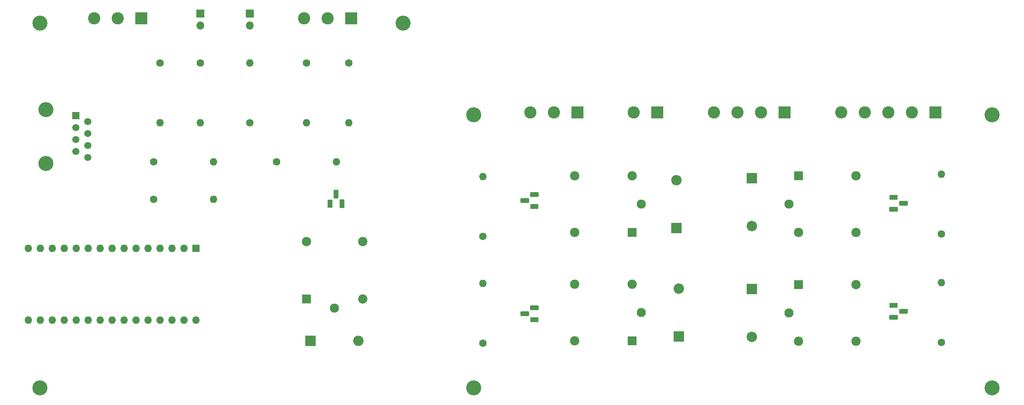
<source format=gts>
%TF.GenerationSoftware,KiCad,Pcbnew,(6.0.1-0)*%
%TF.CreationDate,2022-02-10T21:02:49-06:00*%
%TF.ProjectId,Motor Board,4d6f746f-7220-4426-9f61-72642e6b6963,rev?*%
%TF.SameCoordinates,Original*%
%TF.FileFunction,Soldermask,Top*%
%TF.FilePolarity,Negative*%
%FSLAX46Y46*%
G04 Gerber Fmt 4.6, Leading zero omitted, Abs format (unit mm)*
G04 Created by KiCad (PCBNEW (6.0.1-0)) date 2022-02-10 21:02:49*
%MOMM*%
%LPD*%
G01*
G04 APERTURE LIST*
G04 Aperture macros list*
%AMRoundRect*
0 Rectangle with rounded corners*
0 $1 Rounding radius*
0 $2 $3 $4 $5 $6 $7 $8 $9 X,Y pos of 4 corners*
0 Add a 4 corners polygon primitive as box body*
4,1,4,$2,$3,$4,$5,$6,$7,$8,$9,$2,$3,0*
0 Add four circle primitives for the rounded corners*
1,1,$1+$1,$2,$3*
1,1,$1+$1,$4,$5*
1,1,$1+$1,$6,$7*
1,1,$1+$1,$8,$9*
0 Add four rect primitives between the rounded corners*
20,1,$1+$1,$2,$3,$4,$5,0*
20,1,$1+$1,$4,$5,$6,$7,0*
20,1,$1+$1,$6,$7,$8,$9,0*
20,1,$1+$1,$8,$9,$2,$3,0*%
G04 Aperture macros list end*
%ADD10R,2.200000X2.200000*%
%ADD11O,2.200000X2.200000*%
%ADD12C,1.600000*%
%ADD13O,1.600000X1.600000*%
%ADD14R,1.800000X1.100000*%
%ADD15RoundRect,0.275000X-0.625000X0.275000X-0.625000X-0.275000X0.625000X-0.275000X0.625000X0.275000X0*%
%ADD16R,2.600000X2.600000*%
%ADD17C,2.600000*%
%ADD18R,1.980000X1.980000*%
%ADD19C,1.980000*%
%ADD20C,1.935000*%
%ADD21C,3.200000*%
%ADD22RoundRect,0.275000X0.625000X-0.275000X0.625000X0.275000X-0.625000X0.275000X-0.625000X-0.275000X0*%
%ADD23R,1.600000X1.600000*%
%ADD24R,1.100000X1.800000*%
%ADD25RoundRect,0.275000X-0.275000X-0.625000X0.275000X-0.625000X0.275000X0.625000X-0.275000X0.625000X0*%
%ADD26R,1.700000X1.700000*%
%ADD27O,1.700000X1.700000*%
%ADD28R,1.500000X1.500000*%
%ADD29C,1.500000*%
G04 APERTURE END LIST*
D10*
X199500000Y-119000000D03*
D11*
X199500000Y-129160000D03*
D12*
X142500000Y-130500000D03*
D13*
X142500000Y-117800000D03*
D14*
X229600000Y-122500000D03*
D15*
X231670000Y-123770000D03*
X229600000Y-125040000D03*
D16*
X238500000Y-81500000D03*
D17*
X233500000Y-81500000D03*
X228500000Y-81500000D03*
X223500000Y-81500000D03*
X218500000Y-81500000D03*
D18*
X209400000Y-118080000D03*
D19*
X209400000Y-130080000D03*
D20*
X207400000Y-124080000D03*
D19*
X221600000Y-118080000D03*
X221600000Y-130080000D03*
D21*
X250500000Y-82000000D03*
D18*
X174100000Y-107000000D03*
D19*
X174100000Y-95000000D03*
D20*
X176100000Y-101000000D03*
D19*
X161900000Y-107000000D03*
X161900000Y-95000000D03*
D21*
X140500000Y-82000000D03*
D14*
X153420000Y-101500000D03*
D22*
X151350000Y-100230000D03*
X153420000Y-98960000D03*
D10*
X183500000Y-106080000D03*
D11*
X183500000Y-95920000D03*
D12*
X98650000Y-92000000D03*
D13*
X111350000Y-92000000D03*
D10*
X199500000Y-95500000D03*
D11*
X199500000Y-105660000D03*
D12*
X142500000Y-107850000D03*
D13*
X142500000Y-95150000D03*
D21*
X48500000Y-62500000D03*
D12*
X72650000Y-92000000D03*
D13*
X85350000Y-92000000D03*
D12*
X114000000Y-71000000D03*
D13*
X114000000Y-83700000D03*
D12*
X105000000Y-71000000D03*
D13*
X105000000Y-83700000D03*
D16*
X206500000Y-81500000D03*
D17*
X201500000Y-81500000D03*
X196500000Y-81500000D03*
X191500000Y-81500000D03*
D14*
X153400000Y-125500000D03*
D22*
X151330000Y-124230000D03*
X153400000Y-122960000D03*
D12*
X74000000Y-71000000D03*
D13*
X74000000Y-83700000D03*
D21*
X125500000Y-62500000D03*
D16*
X179500000Y-81500000D03*
D17*
X174500000Y-81500000D03*
D12*
X93000000Y-83700000D03*
D13*
X93000000Y-71000000D03*
D21*
X140500000Y-140000000D03*
X250500000Y-140000000D03*
D23*
X81550000Y-110390000D03*
D13*
X79010000Y-110390000D03*
X76470000Y-110390000D03*
X73930000Y-110390000D03*
X71390000Y-110390000D03*
X68850000Y-110390000D03*
X66310000Y-110390000D03*
X63770000Y-110390000D03*
X61230000Y-110390000D03*
X58690000Y-110390000D03*
X56150000Y-110390000D03*
X53610000Y-110390000D03*
X51070000Y-110390000D03*
X48530000Y-110390000D03*
X45990000Y-110390000D03*
X45990000Y-125630000D03*
X48530000Y-125630000D03*
X51070000Y-125630000D03*
X53610000Y-125630000D03*
X56150000Y-125630000D03*
X58690000Y-125630000D03*
X61230000Y-125630000D03*
X63770000Y-125630000D03*
X66310000Y-125630000D03*
X68850000Y-125630000D03*
X71390000Y-125630000D03*
X73930000Y-125630000D03*
X76470000Y-125630000D03*
X79010000Y-125630000D03*
X81550000Y-125630000D03*
D18*
X209400000Y-95000000D03*
D19*
X209400000Y-107000000D03*
D20*
X207400000Y-101000000D03*
D19*
X221600000Y-95000000D03*
X221600000Y-107000000D03*
D24*
X110000000Y-100900000D03*
D25*
X111270000Y-98830000D03*
X112540000Y-100900000D03*
D26*
X93000000Y-60500000D03*
D27*
X93000000Y-63040000D03*
D14*
X229600000Y-99500000D03*
D15*
X231670000Y-100770000D03*
X229600000Y-102040000D03*
D12*
X239750000Y-130350000D03*
D13*
X239750000Y-117650000D03*
D18*
X105000000Y-121100000D03*
D19*
X117000000Y-121100000D03*
D20*
X111000000Y-123100000D03*
D19*
X105000000Y-108900000D03*
X117000000Y-108900000D03*
D21*
X49750000Y-92377500D03*
X49750000Y-80947500D03*
D28*
X56100000Y-82217500D03*
D29*
X58640000Y-83487500D03*
X56100000Y-84757500D03*
X58640000Y-86027500D03*
X56100000Y-87297500D03*
X58640000Y-88567500D03*
X56100000Y-89837500D03*
X58640000Y-91107500D03*
D16*
X114500000Y-61500000D03*
D17*
X109500000Y-61500000D03*
X104500000Y-61500000D03*
D12*
X72650000Y-100000000D03*
D13*
X85350000Y-100000000D03*
D16*
X162500000Y-81500000D03*
D17*
X157500000Y-81500000D03*
X152500000Y-81500000D03*
D21*
X48500000Y-140000000D03*
D18*
X174100000Y-130000000D03*
D19*
X174100000Y-118000000D03*
D20*
X176100000Y-124000000D03*
D19*
X161900000Y-130000000D03*
X161900000Y-118000000D03*
D10*
X105920000Y-130000000D03*
D11*
X116080000Y-130000000D03*
D16*
X70000000Y-61500000D03*
D17*
X65000000Y-61500000D03*
X60000000Y-61500000D03*
D10*
X184000000Y-129080000D03*
D11*
X184000000Y-118920000D03*
D12*
X82500000Y-71000000D03*
D13*
X82500000Y-83700000D03*
D26*
X82500000Y-60500000D03*
D27*
X82500000Y-63040000D03*
D12*
X239750000Y-107350000D03*
D13*
X239750000Y-94650000D03*
M02*

</source>
